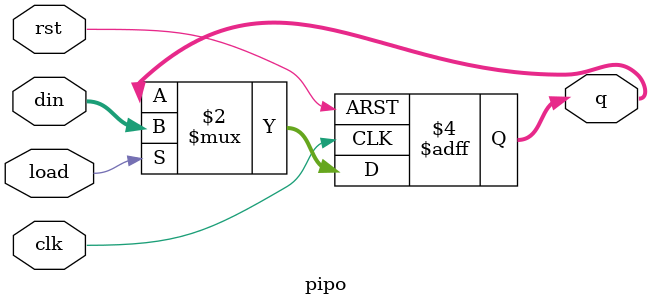
<source format=v>
module pipo(
  input clk, rst, load,
  input [3:0] din,
  output reg [3:0] q
);
  always @(posedge clk or posedge rst) begin
    if (rst)
      q <= 4'b0000;
    else if (load)
      q <= din;  
  end
endmodule

/*module pipo_dataflow (
  input clk, reset, load,
  input [3:0] d_in,
  output [3:0] q
);
  reg [3:0] temp;
  assign q = temp; // parallel output

  always @(posedge clk or posedge reset) begin
    if (reset)
      temp <= 4'b0000;
    else if (load)
      temp <= d_in; // load parallel data
  end
endmodule */

/*module dff (input clk, reset, d, output reg q);
  always @(posedge clk or posedge reset) begin
    if (reset) q <= 0;
    else q <= d;
  end
endmodule

module pipo_structural (
  input clk, reset, load,
  input [3:0] d_in,
  output [3:0] q
);
  wire q0, q1, q2, q3;

  dff dff0(clk, reset, load ? d_in[0] : q0, q0);
  dff dff1(clk, reset, load ? d_in[1] : q1, q1);
  dff dff2(clk, reset, load ? d_in[2] : q2, q2);
  dff dff3(clk, reset, load ? d_in[3] : q3, q3);

  assign q = {q3, q2, q1, q0}; // parallel output
endmodule*/
</source>
